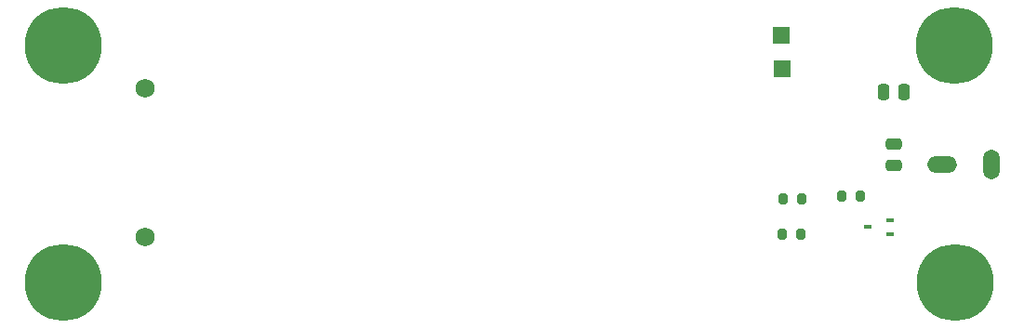
<source format=gbs>
%TF.GenerationSoftware,KiCad,Pcbnew,(6.0.2)*%
%TF.CreationDate,2022-08-27T15:51:37-07:00*%
%TF.ProjectId,TxBoard,5478426f-6172-4642-9e6b-696361645f70,5*%
%TF.SameCoordinates,Original*%
%TF.FileFunction,Soldermask,Bot*%
%TF.FilePolarity,Negative*%
%FSLAX46Y46*%
G04 Gerber Fmt 4.6, Leading zero omitted, Abs format (unit mm)*
G04 Created by KiCad (PCBNEW (6.0.2)) date 2022-08-27 15:51:37*
%MOMM*%
%LPD*%
G01*
G04 APERTURE LIST*
G04 Aperture macros list*
%AMRoundRect*
0 Rectangle with rounded corners*
0 $1 Rounding radius*
0 $2 $3 $4 $5 $6 $7 $8 $9 X,Y pos of 4 corners*
0 Add a 4 corners polygon primitive as box body*
4,1,4,$2,$3,$4,$5,$6,$7,$8,$9,$2,$3,0*
0 Add four circle primitives for the rounded corners*
1,1,$1+$1,$2,$3*
1,1,$1+$1,$4,$5*
1,1,$1+$1,$6,$7*
1,1,$1+$1,$8,$9*
0 Add four rect primitives between the rounded corners*
20,1,$1+$1,$2,$3,$4,$5,0*
20,1,$1+$1,$4,$5,$6,$7,0*
20,1,$1+$1,$6,$7,$8,$9,0*
20,1,$1+$1,$8,$9,$2,$3,0*%
G04 Aperture macros list end*
%ADD10RoundRect,0.200000X0.200000X0.275000X-0.200000X0.275000X-0.200000X-0.275000X0.200000X-0.275000X0*%
%ADD11RoundRect,0.200000X-0.200000X-0.275000X0.200000X-0.275000X0.200000X0.275000X-0.200000X0.275000X0*%
%ADD12R,0.700000X0.450000*%
%ADD13RoundRect,0.250000X0.250000X0.475000X-0.250000X0.475000X-0.250000X-0.475000X0.250000X-0.475000X0*%
%ADD14RoundRect,0.250000X0.475000X-0.250000X0.475000X0.250000X-0.475000X0.250000X-0.475000X-0.250000X0*%
%ADD15C,7.000000*%
%ADD16O,2.717800X1.501800*%
%ADD17O,1.501800X2.717800*%
%ADD18R,1.500000X1.500000*%
%ADD19C,1.755000*%
G04 APERTURE END LIST*
D10*
X175219500Y-103505000D03*
X173569500Y-103505000D03*
X175299500Y-100330000D03*
X173649500Y-100330000D03*
D11*
X179007000Y-100076000D03*
X180657000Y-100076000D03*
D12*
X183372000Y-102220000D03*
X183372000Y-103520000D03*
X181372000Y-102870000D03*
D13*
X184650000Y-90600000D03*
X182750000Y-90600000D03*
D14*
X183700000Y-97250000D03*
X183700000Y-95350000D03*
D15*
X108077000Y-86360000D03*
X189200000Y-86360000D03*
X189300000Y-107950000D03*
X108077000Y-107950000D03*
D16*
X188099999Y-97155000D03*
D17*
X192600000Y-97155000D03*
D18*
X173600000Y-88500000D03*
D19*
X115572000Y-103795000D03*
X115572000Y-90205000D03*
D18*
X173500000Y-85400000D03*
M02*

</source>
